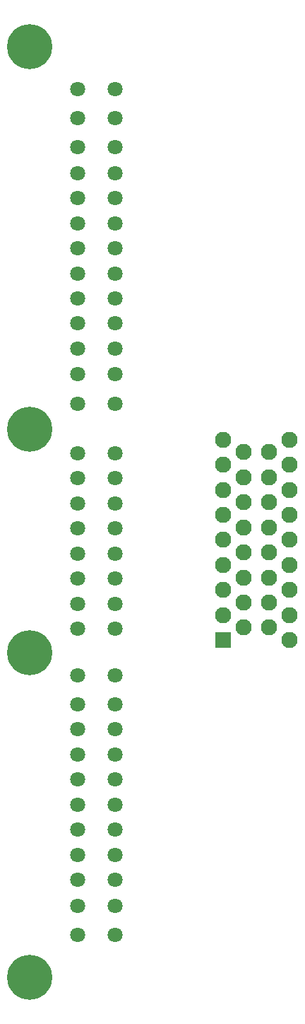
<source format=gbr>
%TF.GenerationSoftware,KiCad,Pcbnew,(6.0.2-0)*%
%TF.CreationDate,2022-04-27T17:33:59-06:00*%
%TF.ProjectId,haltech-adapter,68616c74-6563-4682-9d61-646170746572,rev?*%
%TF.SameCoordinates,Original*%
%TF.FileFunction,Soldermask,Top*%
%TF.FilePolarity,Negative*%
%FSLAX46Y46*%
G04 Gerber Fmt 4.6, Leading zero omitted, Abs format (unit mm)*
G04 Created by KiCad (PCBNEW (6.0.2-0)) date 2022-04-27 17:33:59*
%MOMM*%
%LPD*%
G01*
G04 APERTURE LIST*
%ADD10C,1.800000*%
%ADD11C,5.400000*%
%ADD12R,1.950000X1.950000*%
%ADD13C,1.950000*%
G04 APERTURE END LIST*
D10*
%TO.C,J2*%
X34450000Y-123100000D03*
X38950000Y-123100000D03*
X34450000Y-119600000D03*
X38950000Y-119600000D03*
X34450000Y-116500000D03*
X38950000Y-116500000D03*
X34450000Y-113500000D03*
X38950000Y-113500000D03*
X34450000Y-110500000D03*
X38950000Y-110500000D03*
X34450000Y-107500000D03*
X38950000Y-107500000D03*
X34450000Y-104500000D03*
X38950000Y-104500000D03*
X34450000Y-101500000D03*
X38950000Y-101500000D03*
X34450000Y-98500000D03*
X38950000Y-98500000D03*
X34450000Y-95500000D03*
X38950000Y-95500000D03*
X34450000Y-92000000D03*
X38950000Y-92000000D03*
X34450000Y-59500000D03*
X38950000Y-59500000D03*
X34450000Y-56000000D03*
X38950000Y-56000000D03*
X34450000Y-52900000D03*
X38950000Y-52900000D03*
X34450000Y-49900000D03*
X38950000Y-49900000D03*
X34450000Y-46900000D03*
X38950000Y-46900000D03*
X34450000Y-43900000D03*
X38950000Y-43900000D03*
X34450000Y-40900000D03*
X38950000Y-40900000D03*
X34450000Y-37900000D03*
X38950000Y-37900000D03*
X34450000Y-34900000D03*
X38950000Y-34900000D03*
X34450000Y-31900000D03*
X38950000Y-31900000D03*
X34450000Y-28800000D03*
X38950000Y-28800000D03*
X34450000Y-25300000D03*
X38950000Y-25300000D03*
X38950000Y-21800000D03*
X34450000Y-21800000D03*
X34450000Y-86450000D03*
X38950000Y-86450000D03*
X34450000Y-83450000D03*
X38950000Y-83450000D03*
X34450000Y-80450000D03*
X38950000Y-80450000D03*
X34450000Y-77450000D03*
X38950000Y-77450000D03*
X34450000Y-74450000D03*
X38950000Y-74450000D03*
X34450000Y-71450000D03*
X38950000Y-71450000D03*
X34450000Y-68450000D03*
X38950000Y-68450000D03*
X34450000Y-65450000D03*
X38950000Y-65450000D03*
D11*
X28750000Y-128150000D03*
X28750000Y-89300000D03*
X28750000Y-62600000D03*
X28750000Y-16750000D03*
%TD*%
D12*
%TO.C,J1*%
X51928509Y-87807040D03*
D13*
X51928509Y-84807040D03*
X51928509Y-81807040D03*
X51928509Y-78807040D03*
X51928509Y-75807040D03*
X51928509Y-72807040D03*
X51928509Y-69807040D03*
X51928509Y-66807040D03*
X51928509Y-63807040D03*
X54428509Y-86307040D03*
X54428509Y-83307040D03*
X54428509Y-80307040D03*
X54428509Y-77307040D03*
X54428509Y-74307040D03*
X54428509Y-71307040D03*
X54428509Y-68307040D03*
X54428509Y-65307040D03*
X57428509Y-86307040D03*
X57428509Y-83307040D03*
X57428509Y-80307040D03*
X57428509Y-77307040D03*
X57428509Y-74307040D03*
X57428509Y-71307040D03*
X57428509Y-68307040D03*
X57428509Y-65307040D03*
X59928509Y-87807040D03*
X59928509Y-84807040D03*
X59928509Y-81807040D03*
X59928509Y-78807040D03*
X59928509Y-75807040D03*
X59928509Y-72807040D03*
X59928509Y-69807040D03*
X59928509Y-66807040D03*
X59928509Y-63807040D03*
%TD*%
M02*

</source>
